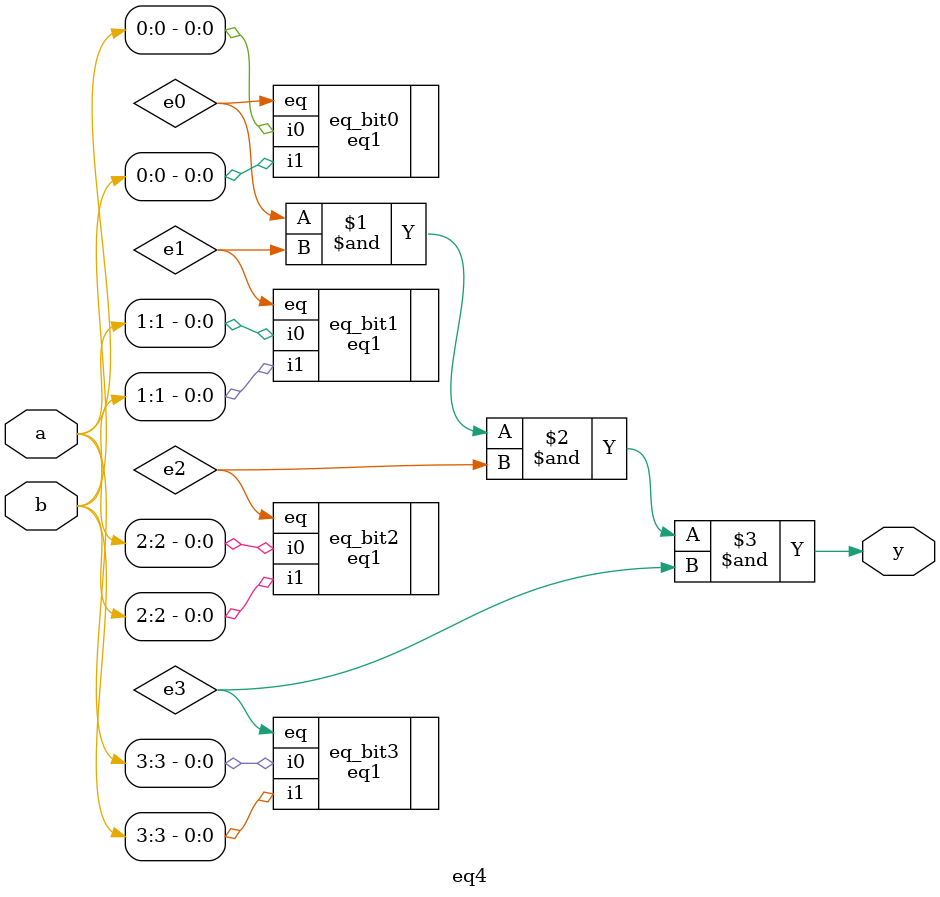
<source format=v>
module eq4(
	input wire[3:0] a, b,
	output wire y
);

wire e0,e1, e2, e3;

eq1 eq_bit0 (.i0(a[0]), .i1(b[0]), .eq(e0));
eq1 eq_bit1 (.i0(a[1]), .i1(b[1]), .eq(e1));
eq1 eq_bit2 (.i0(a[2]), .i1(b[2]), .eq(e2));
eq1 eq_bit3 (.i0(a[3]), .i1(b[3]), .eq(e3));

assign y = e0 & e1 & e2 & e3;

endmodule

</source>
